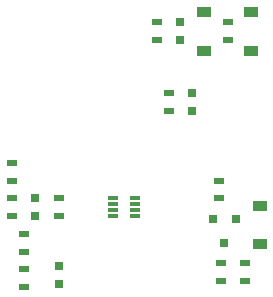
<source format=gtp>
G04 #@! TF.FileFunction,Paste,Top*
%FSLAX46Y46*%
G04 Gerber Fmt 4.6, Leading zero omitted, Abs format (unit mm)*
G04 Created by KiCad (PCBNEW 4.0.4+e1-6308~48~ubuntu16.04.1-stable) date Thu Nov  3 23:15:19 2016*
%MOMM*%
%LPD*%
G01*
G04 APERTURE LIST*
%ADD10C,0.100000*%
%ADD11R,0.750000X0.800000*%
%ADD12R,1.220000X0.910000*%
%ADD13R,0.800100X0.800100*%
%ADD14R,0.900000X0.500000*%
%ADD15R,0.850000X0.300000*%
G04 APERTURE END LIST*
D10*
D11*
X176000000Y-66250000D03*
X176000000Y-64750000D03*
X178000000Y-70500000D03*
X178000000Y-72000000D03*
X188275200Y-49851600D03*
X188275200Y-51351600D03*
X189275200Y-57351600D03*
X189275200Y-55851600D03*
D12*
X190275200Y-48966600D03*
X190275200Y-52236600D03*
X194275200Y-52236600D03*
X194275200Y-48966600D03*
X195000000Y-65365000D03*
X195000000Y-68635000D03*
D13*
X192950000Y-66499240D03*
X191050000Y-66499240D03*
X192000000Y-68498220D03*
D14*
X174000000Y-61750000D03*
X174000000Y-63250000D03*
X174000000Y-64750000D03*
X174000000Y-66250000D03*
X175000000Y-67750000D03*
X175000000Y-69250000D03*
X175000000Y-70750000D03*
X175000000Y-72250000D03*
X178000000Y-64750000D03*
X178000000Y-66250000D03*
X186275200Y-51351600D03*
X186275200Y-49851600D03*
X192275200Y-49851600D03*
X192275200Y-51351600D03*
X187275200Y-55851600D03*
X187275200Y-57351600D03*
X191500000Y-64750000D03*
X191500000Y-63250000D03*
X193750000Y-70250000D03*
X193750000Y-71750000D03*
X191750000Y-70250000D03*
X191750000Y-71750000D03*
D15*
X182550000Y-64750000D03*
X182550000Y-65250000D03*
X182550000Y-65750000D03*
X182550000Y-66250000D03*
X184450000Y-66250000D03*
X184450000Y-65750000D03*
X184450000Y-65250000D03*
X184450000Y-64750000D03*
M02*

</source>
